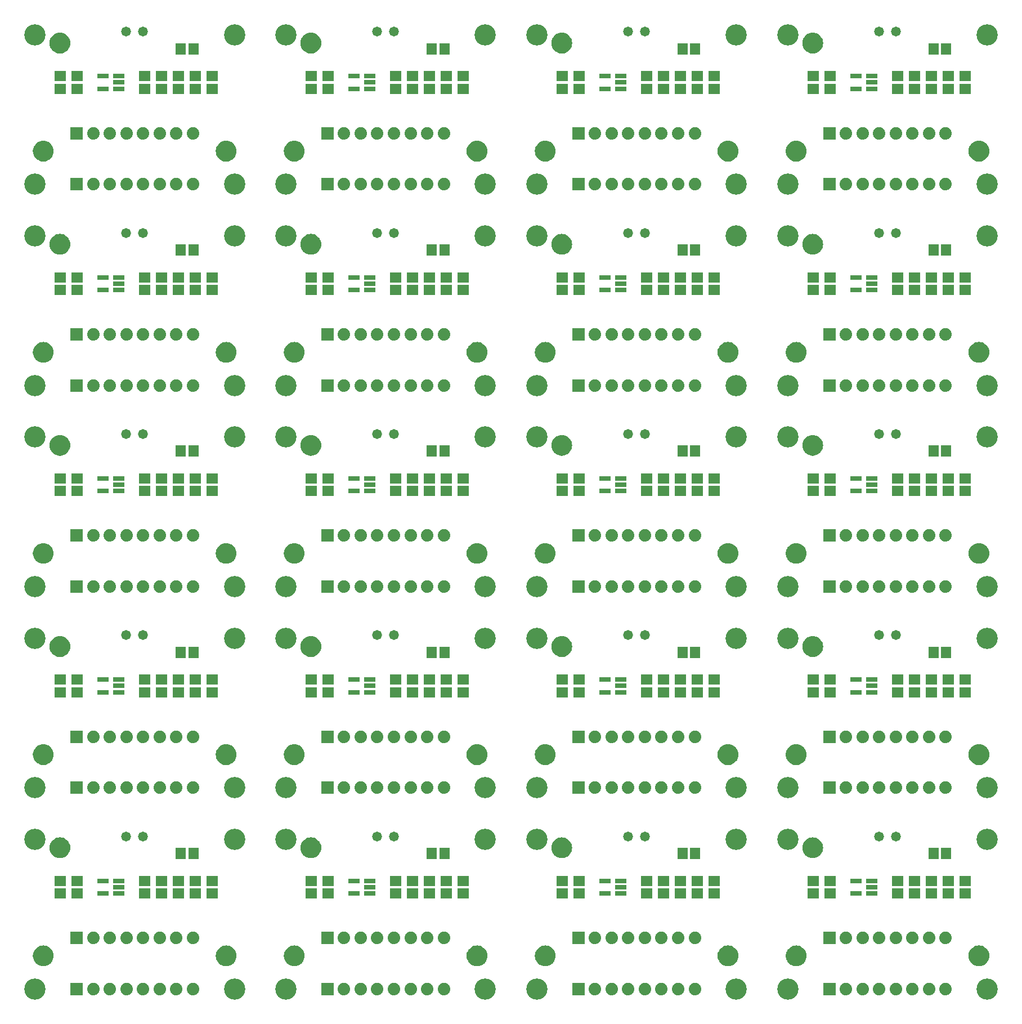
<source format=gbr>
G04 Panel Editor  V12.2 (Build 1133) Date:  Mon Apr 13 15:08:35 2020 *
G04 Database: C:\Users\sergey\Documents\EAGLE\projects\Led_amp\export\CAMOutputs\Panel\Led_amp.cam *
G04 Layer 10: soldermask_top.gbr *
%FSLAX34Y34*%
%MOMM*%
%SFA1.000B1.000*%

%MIA0B0*%
%IPPOS*%
%ADD24C,3.20320*%
%ADD25C,1.47320*%
%ADD26R,1.87960X1.87960*%
%ADD27C,1.87960*%
%ADD28R,1.70320X1.50320*%
%ADD29R,1.50320X1.70320*%
%ADD72R,1.67640X0.76200*%
%LNsoldermask_top.gbr*%
%SRX1Y1I0J0*%
%LPD*%
%SRX4Y5I37.754J30.254*%
G36*
X310638Y88715D02*
G01X310642Y88781D01*
X310638Y88825*
X310866Y91430*
X310882Y91494*
X310885Y91539*
X311562Y94064*
X311588Y94125*
X311600Y94168*
X312705Y96538*
X312741Y96593*
X312760Y96634*
X314260Y98776*
X314305Y98824*
X314331Y98860*
X316180Y100709*
X316233Y100749*
X316264Y100780*
X318406Y102280*
X318465Y102309*
X318502Y102335*
X320872Y103440*
X320935Y103459*
X320976Y103478*
X323501Y104155*
X323567Y104162*
X323610Y104174*
X326215Y104402*
X326281Y104398*
X326325Y104402*
X328930Y104174*
X328994Y104159*
X329039Y104155*
X331564Y103478*
X331625Y103452*
X331668Y103440*
X334038Y102335*
X334093Y102299*
X334134Y102280*
X336276Y100780*
X336324Y100735*
X336360Y100709*
X338209Y98860*
X338249Y98807*
X338280Y98776*
X339780Y96634*
X339809Y96575*
X339835Y96538*
X340940Y94168*
X340959Y94105*
X340978Y94064*
X341655Y91539*
X341662Y91473*
X341674Y91430*
X341902Y88825*
X341898Y88759*
X341902Y88715*
X341674Y86110*
X341659Y86046*
X341655Y86001*
X340978Y83476*
X340952Y83415*
X340940Y83372*
X339835Y81002*
X339799Y80947*
X339780Y80906*
X338280Y78764*
X338235Y78716*
X338209Y78680*
X336360Y76831*
X336307Y76791*
X336276Y76760*
X334134Y75260*
X334075Y75231*
X334038Y75205*
X331668Y74100*
X331605Y74081*
X331564Y74062*
X329039Y73385*
X328973Y73378*
X328930Y73366*
X326325Y73138*
X326259Y73142*
X326215Y73138*
X323610Y73366*
X323546Y73382*
X323501Y73385*
X320976Y74062*
X320915Y74088*
X320872Y74100*
X318502Y75205*
X318447Y75241*
X318406Y75260*
X316264Y76760*
X316216Y76805*
X316180Y76831*
X314331Y78680*
X314291Y78733*
X314260Y78764*
X312760Y80906*
X312731Y80965*
X312705Y81002*
X311600Y83372*
X311581Y83435*
X311562Y83476*
X310885Y86001*
X310878Y86067*
X310866Y86110*
X310638Y88715*
G37*
G36*
X60638Y251215D02*
G01X60642Y251281D01*
X60638Y251325*
X60866Y253930*
X60882Y253994*
X60885Y254039*
X61562Y256564*
X61588Y256625*
X61600Y256668*
X62705Y259038*
X62741Y259093*
X62760Y259134*
X64260Y261276*
X64305Y261324*
X64331Y261360*
X66180Y263209*
X66233Y263249*
X66264Y263280*
X68406Y264780*
X68465Y264809*
X68502Y264835*
X70872Y265940*
X70935Y265959*
X70976Y265978*
X73501Y266655*
X73567Y266662*
X73610Y266674*
X76215Y266902*
X76281Y266898*
X76325Y266902*
X78930Y266674*
X78994Y266659*
X79039Y266655*
X81564Y265978*
X81625Y265952*
X81668Y265940*
X84038Y264835*
X84093Y264799*
X84134Y264780*
X86276Y263280*
X86324Y263235*
X86360Y263209*
X88209Y261360*
X88249Y261307*
X88280Y261276*
X89780Y259134*
X89809Y259075*
X89835Y259038*
X90940Y256668*
X90959Y256605*
X90978Y256564*
X91655Y254039*
X91662Y253973*
X91674Y253930*
X91902Y251325*
X91898Y251259*
X91902Y251215*
X91674Y248610*
X91659Y248546*
X91655Y248501*
X90978Y245976*
X90952Y245915*
X90940Y245872*
X89835Y243502*
X89799Y243447*
X89780Y243406*
X88280Y241264*
X88235Y241216*
X88209Y241180*
X86360Y239331*
X86307Y239291*
X86276Y239260*
X84134Y237760*
X84075Y237731*
X84038Y237705*
X81668Y236600*
X81605Y236581*
X81564Y236562*
X79039Y235885*
X78973Y235878*
X78930Y235866*
X76325Y235638*
X76259Y235642*
X76215Y235638*
X73610Y235866*
X73546Y235882*
X73501Y235885*
X70976Y236562*
X70915Y236588*
X70872Y236600*
X68502Y237705*
X68447Y237741*
X68406Y237760*
X66264Y239260*
X66216Y239305*
X66180Y239331*
X64331Y241180*
X64291Y241233*
X64260Y241264*
X62760Y243406*
X62731Y243465*
X62705Y243502*
X61600Y245872*
X61581Y245935*
X61562Y245976*
X60885Y248501*
X60878Y248567*
X60866Y248610*
X60638Y251215*
G37*
G36*
X35638Y88715D02*
G01X35642Y88781D01*
X35638Y88825*
X35866Y91430*
X35882Y91494*
X35885Y91539*
X36562Y94064*
X36588Y94125*
X36600Y94168*
X37705Y96538*
X37741Y96593*
X37760Y96634*
X39260Y98776*
X39305Y98824*
X39331Y98860*
X41180Y100709*
X41233Y100749*
X41264Y100780*
X43406Y102280*
X43465Y102309*
X43502Y102335*
X45872Y103440*
X45935Y103459*
X45976Y103478*
X48501Y104155*
X48567Y104162*
X48610Y104174*
X51215Y104402*
X51281Y104398*
X51325Y104402*
X53930Y104174*
X53994Y104159*
X54039Y104155*
X56564Y103478*
X56625Y103452*
X56668Y103440*
X59038Y102335*
X59093Y102299*
X59134Y102280*
X61276Y100780*
X61324Y100735*
X61360Y100709*
X63209Y98860*
X63249Y98807*
X63280Y98776*
X64780Y96634*
X64809Y96575*
X64835Y96538*
X65940Y94168*
X65959Y94105*
X65978Y94064*
X66655Y91539*
X66662Y91473*
X66674Y91430*
X66902Y88825*
X66898Y88759*
X66902Y88715*
X66674Y86110*
X66659Y86046*
X66655Y86001*
X65978Y83476*
X65952Y83415*
X65940Y83372*
X64835Y81002*
X64799Y80947*
X64780Y80906*
X63280Y78764*
X63235Y78716*
X63209Y78680*
X61360Y76831*
X61307Y76791*
X61276Y76760*
X59134Y75260*
X59075Y75231*
X59038Y75205*
X56668Y74100*
X56605Y74081*
X56564Y74062*
X54039Y73385*
X53973Y73378*
X53930Y73366*
X51325Y73138*
X51259Y73142*
X51215Y73138*
X48610Y73366*
X48546Y73382*
X48501Y73385*
X45976Y74062*
X45915Y74088*
X45872Y74100*
X43502Y75205*
X43447Y75241*
X43406Y75260*
X41264Y76760*
X41216Y76805*
X41180Y76831*
X39331Y78680*
X39291Y78733*
X39260Y78764*
X37760Y80906*
X37731Y80965*
X37705Y81002*
X36600Y83372*
X36581Y83435*
X36562Y83476*
X35885Y86001*
X35878Y86067*
X35866Y86110*
X35638Y88715*
G37*
G54D24*
X38770Y38770D03*
X338770D03*
X38770Y263770D03*
X338770D03*
G54D28*
X305470Y182470D03*
Y201470D03*
G54D29*
X258070Y242570D03*
X277070D03*
G54D25*
X201470Y268170D03*
X176070D03*
G54D28*
X102270Y182470D03*
Y201470D03*
X203870Y182470D03*
Y201470D03*
X254670Y182470D03*
Y201470D03*
X280070D03*
Y182470D03*
G54D72*
X165008Y182572D03*
Y191970D03*
Y201368D03*
X141132D03*
Y182572D03*
G54D28*
X76870Y201470D03*
Y182470D03*
X229270D03*
Y201470D03*
G54D26*
X101270Y115570D03*
G54D27*
X126270D03*
X151270D03*
X176270D03*
X201270D03*
X226270D03*
X251270D03*
X276270D03*
G54D26*
X101270Y38770D03*
G54D27*
X126270D03*
X151270D03*
X176270D03*
X201270D03*
X226270D03*
X251270D03*
X276270D03*
M02*

</source>
